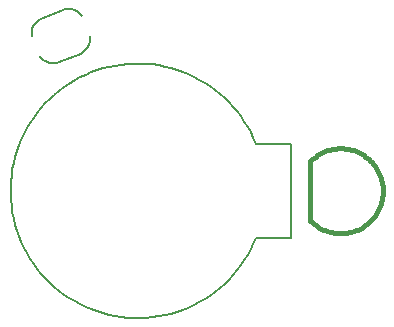
<source format=gbo>
G75*
G70*
%OFA0B0*%
%FSLAX24Y24*%
%IPPOS*%
%LPD*%
%AMOC8*
5,1,8,0,0,1.08239X$1,22.5*
%
%ADD10C,0.0080*%
%ADD11C,0.0150*%
D10*
X016942Y006187D02*
X016860Y005997D01*
X016769Y005811D01*
X016669Y005629D01*
X016561Y005453D01*
X016444Y005282D01*
X016319Y005117D01*
X016185Y004958D01*
X016045Y004806D01*
X015897Y004661D01*
X015742Y004523D01*
X015580Y004394D01*
X015413Y004272D01*
X015239Y004158D01*
X015061Y004054D01*
X014877Y003958D01*
X014689Y003871D01*
X014497Y003793D01*
X014301Y003725D01*
X014102Y003666D01*
X013901Y003618D01*
X013697Y003579D01*
X013492Y003550D01*
X013286Y003531D01*
X013079Y003523D01*
X012872Y003524D01*
X012665Y003536D01*
X012459Y003557D01*
X012254Y003589D01*
X012051Y003631D01*
X011850Y003682D01*
X011653Y003743D01*
X011458Y003814D01*
X011267Y003895D01*
X011080Y003984D01*
X010898Y004083D01*
X010721Y004190D01*
X010549Y004306D01*
X010383Y004430D01*
X010223Y004562D01*
X010070Y004702D01*
X009924Y004849D01*
X009786Y005003D01*
X009655Y005163D01*
X009532Y005330D01*
X009417Y005503D01*
X009311Y005681D01*
X009214Y005864D01*
X009126Y006051D01*
X009047Y006243D01*
X008977Y006438D01*
X008917Y006636D01*
X008867Y006837D01*
X008827Y007040D01*
X008797Y007245D01*
X008776Y007451D01*
X008766Y007658D01*
X008766Y007866D01*
X008776Y008073D01*
X008797Y008279D01*
X008827Y008484D01*
X008867Y008687D01*
X008917Y008888D01*
X008977Y009086D01*
X009047Y009281D01*
X009126Y009473D01*
X009214Y009660D01*
X009311Y009843D01*
X009417Y010021D01*
X009532Y010194D01*
X009655Y010361D01*
X009786Y010521D01*
X009924Y010675D01*
X010070Y010822D01*
X010223Y010962D01*
X010383Y011094D01*
X010549Y011218D01*
X010721Y011334D01*
X010898Y011441D01*
X011080Y011540D01*
X011267Y011629D01*
X011458Y011710D01*
X011653Y011781D01*
X011850Y011842D01*
X012051Y011893D01*
X012254Y011935D01*
X012459Y011967D01*
X012665Y011988D01*
X012872Y012000D01*
X013079Y012001D01*
X013286Y011993D01*
X013492Y011974D01*
X013697Y011945D01*
X013901Y011906D01*
X014102Y011858D01*
X014301Y011799D01*
X014497Y011731D01*
X014689Y011653D01*
X014877Y011566D01*
X015061Y011470D01*
X015239Y011366D01*
X015413Y011252D01*
X015580Y011130D01*
X015742Y011001D01*
X015897Y010863D01*
X016045Y010718D01*
X016185Y010566D01*
X016319Y010407D01*
X016444Y010242D01*
X016561Y010071D01*
X016669Y009895D01*
X016769Y009713D01*
X016860Y009527D01*
X016942Y009337D01*
X018123Y009337D01*
X018123Y006187D01*
X016942Y006187D01*
X011102Y012339D02*
X010372Y012044D01*
X010371Y012045D02*
X010328Y012033D01*
X010284Y012024D01*
X010240Y012019D01*
X010195Y012017D01*
X010150Y012019D01*
X010106Y012024D01*
X010062Y012033D01*
X010019Y012045D01*
X009977Y012061D01*
X009936Y012080D01*
X009897Y012102D01*
X009860Y012127D01*
X009825Y012155D01*
X009793Y012186D01*
X009762Y012219D01*
X009735Y012255D01*
X009470Y012911D02*
X009465Y012956D01*
X009464Y013000D01*
X009466Y013045D01*
X009472Y013090D01*
X009481Y013133D01*
X009494Y013176D01*
X009510Y013218D01*
X009529Y013259D01*
X009552Y013297D01*
X009577Y013334D01*
X009605Y013369D01*
X009636Y013402D01*
X009670Y013431D01*
X009705Y013459D01*
X009743Y013483D01*
X009782Y013504D01*
X009782Y013505D02*
X010512Y013800D01*
X010513Y013799D02*
X010556Y013811D01*
X010600Y013820D01*
X010644Y013825D01*
X010689Y013827D01*
X010734Y013825D01*
X010778Y013820D01*
X010822Y013811D01*
X010865Y013799D01*
X010907Y013783D01*
X010948Y013764D01*
X010987Y013742D01*
X011024Y013717D01*
X011059Y013689D01*
X011091Y013658D01*
X011122Y013625D01*
X011149Y013589D01*
X011414Y012933D02*
X011419Y012888D01*
X011420Y012844D01*
X011418Y012799D01*
X011412Y012754D01*
X011403Y012711D01*
X011390Y012668D01*
X011374Y012626D01*
X011355Y012585D01*
X011332Y012547D01*
X011307Y012510D01*
X011279Y012475D01*
X011248Y012442D01*
X011214Y012413D01*
X011179Y012385D01*
X011141Y012361D01*
X011102Y012340D01*
D11*
X018762Y008762D02*
X018762Y006762D01*
X018816Y006711D01*
X018872Y006663D01*
X018931Y006618D01*
X018992Y006576D01*
X019055Y006537D01*
X019120Y006502D01*
X019187Y006470D01*
X019255Y006442D01*
X019325Y006417D01*
X019396Y006396D01*
X019468Y006379D01*
X019541Y006365D01*
X019614Y006356D01*
X019688Y006350D01*
X019762Y006348D01*
X019836Y006350D01*
X019910Y006356D01*
X019983Y006365D01*
X020056Y006379D01*
X020128Y006396D01*
X020199Y006417D01*
X020269Y006442D01*
X020337Y006470D01*
X020404Y006502D01*
X020469Y006537D01*
X020532Y006576D01*
X020593Y006618D01*
X020652Y006663D01*
X020708Y006711D01*
X020762Y006762D01*
X020813Y006816D01*
X020861Y006872D01*
X020906Y006931D01*
X020948Y006992D01*
X020987Y007055D01*
X021022Y007120D01*
X021054Y007187D01*
X021082Y007255D01*
X021107Y007325D01*
X021128Y007396D01*
X021145Y007468D01*
X021159Y007541D01*
X021168Y007614D01*
X021174Y007688D01*
X021176Y007762D01*
X021174Y007836D01*
X021168Y007910D01*
X021159Y007983D01*
X021145Y008056D01*
X021128Y008128D01*
X021107Y008199D01*
X021082Y008269D01*
X021054Y008337D01*
X021022Y008404D01*
X020987Y008469D01*
X020948Y008532D01*
X020906Y008593D01*
X020861Y008652D01*
X020813Y008708D01*
X020762Y008762D01*
X020708Y008813D01*
X020652Y008861D01*
X020593Y008906D01*
X020532Y008948D01*
X020469Y008987D01*
X020404Y009022D01*
X020337Y009054D01*
X020269Y009082D01*
X020199Y009107D01*
X020128Y009128D01*
X020056Y009145D01*
X019983Y009159D01*
X019910Y009168D01*
X019836Y009174D01*
X019762Y009176D01*
X019688Y009174D01*
X019614Y009168D01*
X019541Y009159D01*
X019468Y009145D01*
X019396Y009128D01*
X019325Y009107D01*
X019255Y009082D01*
X019187Y009054D01*
X019120Y009022D01*
X019055Y008987D01*
X018992Y008948D01*
X018931Y008906D01*
X018872Y008861D01*
X018816Y008813D01*
X018762Y008762D01*
M02*

</source>
